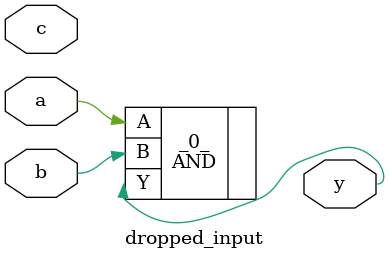
<source format=v>

module dropped_input (
    a,
    b,
    c,
    y
);
  input a;
  wire a;
  input b;
  wire b;
  input c;
  wire c;
  output y;
  wire y;
  AND _0_ (
      .A(a),
      .B(b),
      .Y(y)
  );

endmodule

// CHECK: module dropped_input (
// CHECK:     b,
// CHECK:     a,
// CHECK:     c,
// CHECK:     y
// CHECK: );
// CHECK:   input b;
// CHECK:   wire b;
// CHECK:   input a;
// CHECK:   wire a;
// CHECK:   input c;
// CHECK:   wire c;
// CHECK:   output y;
// CHECK:   wire y;
// CHECK:   LUT2 #(
// CHECK:       .INIT(4'h8)
// CHECK:   ) __0__ (
// CHECK:       .I0(b),
// CHECK:       .I1(a),
// CHECK:       .O(y)
// CHECK:   );
// CHECK: endmodule

</source>
